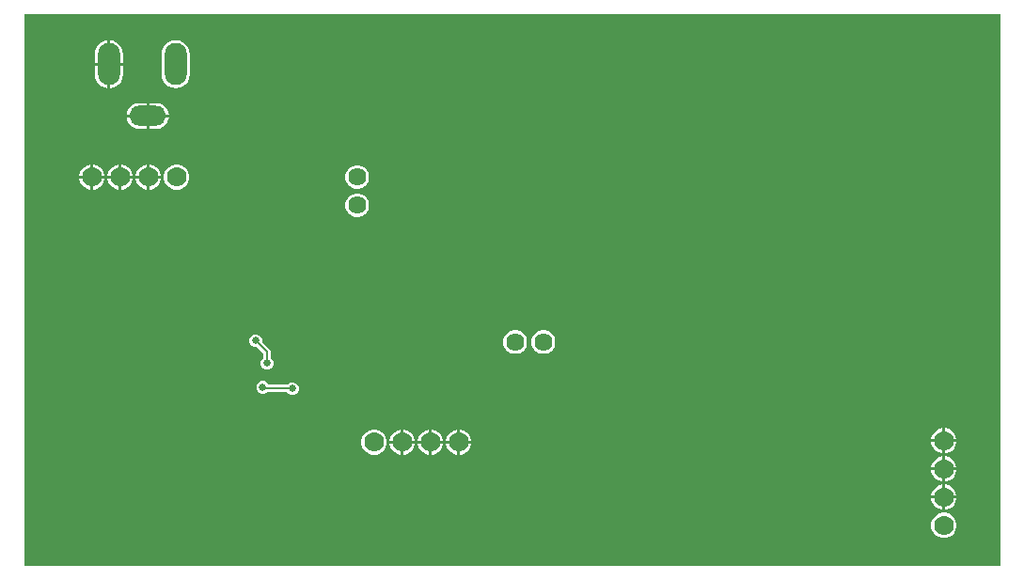
<source format=gbl>
G04*
G04 #@! TF.GenerationSoftware,Altium Limited,Altium Designer,23.8.1 (32)*
G04*
G04 Layer_Physical_Order=2*
G04 Layer_Color=16711680*
%FSLAX44Y44*%
%MOMM*%
G71*
G04*
G04 #@! TF.SameCoordinates,EF1116E4-02E2-45A5-A5C3-51D3E917E2D0*
G04*
G04*
G04 #@! TF.FilePolarity,Positive*
G04*
G01*
G75*
%ADD17C,0.1524*%
%ADD31C,1.6200*%
%ADD32C,1.7780*%
%ADD33O,2.0000X3.8000*%
%ADD34O,3.3000X1.8000*%
%ADD35C,0.6350*%
G36*
X883820Y5179D02*
X5179D01*
Y502821D01*
X883820D01*
Y5179D01*
D02*
G37*
%LPC*%
G36*
X82550Y478681D02*
Y458470D01*
X93928D01*
Y466200D01*
X93497Y469474D01*
X92234Y472524D01*
X90224Y475144D01*
X87604Y477154D01*
X84554Y478417D01*
X82550Y478681D01*
D02*
G37*
G36*
X80010D02*
X78006Y478417D01*
X74956Y477154D01*
X72336Y475144D01*
X70326Y472524D01*
X69063Y469474D01*
X68632Y466200D01*
Y458470D01*
X80010D01*
Y478681D01*
D02*
G37*
G36*
X93928Y455930D02*
X82550D01*
Y435719D01*
X84554Y435983D01*
X87604Y437246D01*
X90224Y439256D01*
X92234Y441876D01*
X93497Y444926D01*
X93928Y448200D01*
Y455930D01*
D02*
G37*
G36*
X80010D02*
X68632D01*
Y448200D01*
X69063Y444926D01*
X70326Y441876D01*
X72336Y439256D01*
X74956Y437246D01*
X78006Y435983D01*
X80010Y435719D01*
Y455930D01*
D02*
G37*
G36*
X141280Y478848D02*
X138006Y478417D01*
X134956Y477154D01*
X132336Y475144D01*
X130326Y472524D01*
X129063Y469474D01*
X128632Y466200D01*
Y448200D01*
X129063Y444926D01*
X130326Y441876D01*
X132336Y439256D01*
X134956Y437246D01*
X138006Y435983D01*
X141280Y435552D01*
X144554Y435983D01*
X147604Y437246D01*
X150224Y439256D01*
X152234Y441876D01*
X153497Y444926D01*
X153928Y448200D01*
Y466200D01*
X153497Y469474D01*
X152234Y472524D01*
X150224Y475144D01*
X147604Y477154D01*
X144554Y478417D01*
X141280Y478848D01*
D02*
G37*
G36*
X123780Y422340D02*
X117550D01*
Y411970D01*
X135252D01*
X135023Y413713D01*
X133860Y416520D01*
X132010Y418930D01*
X129600Y420780D01*
X126793Y421943D01*
X123780Y422340D01*
D02*
G37*
G36*
X115010D02*
X108780D01*
X105767Y421943D01*
X102960Y420780D01*
X100550Y418930D01*
X98700Y416520D01*
X97537Y413713D01*
X97308Y411970D01*
X115010D01*
Y422340D01*
D02*
G37*
G36*
X135252Y409430D02*
X117550D01*
Y399060D01*
X123780D01*
X126793Y399457D01*
X129600Y400620D01*
X132010Y402470D01*
X133860Y404880D01*
X135023Y407687D01*
X135252Y409430D01*
D02*
G37*
G36*
X115010D02*
X97308D01*
X97537Y407687D01*
X98700Y404880D01*
X100550Y402470D01*
X102960Y400620D01*
X105767Y399457D01*
X108780Y399060D01*
X115010D01*
Y409430D01*
D02*
G37*
G36*
X92945Y367030D02*
X92710D01*
Y356870D01*
X102870D01*
Y357105D01*
X102091Y360012D01*
X100586Y362618D01*
X98458Y364746D01*
X95852Y366251D01*
X92945Y367030D01*
D02*
G37*
G36*
X118345D02*
X118110D01*
Y356870D01*
X128270D01*
Y357105D01*
X127491Y360012D01*
X125986Y362618D01*
X123858Y364746D01*
X121252Y366251D01*
X118345Y367030D01*
D02*
G37*
G36*
X67545D02*
X67310D01*
Y356870D01*
X77470D01*
Y357105D01*
X76691Y360012D01*
X75186Y362618D01*
X73058Y364746D01*
X70452Y366251D01*
X67545Y367030D01*
D02*
G37*
G36*
X90170D02*
X89935D01*
X87028Y366251D01*
X84422Y364746D01*
X82294Y362618D01*
X80789Y360012D01*
X80010Y357105D01*
Y356870D01*
X90170D01*
Y367030D01*
D02*
G37*
G36*
X115570D02*
X115335D01*
X112428Y366251D01*
X109822Y364746D01*
X107694Y362618D01*
X106189Y360012D01*
X105410Y357105D01*
Y356870D01*
X115570D01*
Y367030D01*
D02*
G37*
G36*
X64770D02*
X64535D01*
X61628Y366251D01*
X59022Y364746D01*
X56894Y362618D01*
X55389Y360012D01*
X54610Y357105D01*
Y356870D01*
X64770D01*
Y367030D01*
D02*
G37*
G36*
X306201Y366240D02*
X303399D01*
X300693Y365515D01*
X298267Y364114D01*
X296286Y362133D01*
X294885Y359707D01*
X294160Y357001D01*
Y354199D01*
X294885Y351493D01*
X296286Y349067D01*
X298267Y347086D01*
X300693Y345685D01*
X303399Y344960D01*
X306201D01*
X308907Y345685D01*
X311333Y347086D01*
X313314Y349067D01*
X314715Y351493D01*
X315440Y354199D01*
Y357001D01*
X314715Y359707D01*
X313314Y362133D01*
X311333Y364114D01*
X308907Y365515D01*
X306201Y366240D01*
D02*
G37*
G36*
X143745Y367030D02*
X140735D01*
X137828Y366251D01*
X135222Y364746D01*
X133094Y362618D01*
X131589Y360012D01*
X130810Y357105D01*
Y354095D01*
X131589Y351188D01*
X133094Y348582D01*
X135222Y346454D01*
X137828Y344949D01*
X140735Y344170D01*
X143745D01*
X146652Y344949D01*
X149258Y346454D01*
X151386Y348582D01*
X152891Y351188D01*
X153670Y354095D01*
Y357105D01*
X152891Y360012D01*
X151386Y362618D01*
X149258Y364746D01*
X146652Y366251D01*
X143745Y367030D01*
D02*
G37*
G36*
X128270Y354330D02*
X118110D01*
Y344170D01*
X118345D01*
X121252Y344949D01*
X123858Y346454D01*
X125986Y348582D01*
X127491Y351188D01*
X128270Y354095D01*
Y354330D01*
D02*
G37*
G36*
X115570D02*
X105410D01*
Y354095D01*
X106189Y351188D01*
X107694Y348582D01*
X109822Y346454D01*
X112428Y344949D01*
X115335Y344170D01*
X115570D01*
Y354330D01*
D02*
G37*
G36*
X102870D02*
X92710D01*
Y344170D01*
X92945D01*
X95852Y344949D01*
X98458Y346454D01*
X100586Y348582D01*
X102091Y351188D01*
X102870Y354095D01*
Y354330D01*
D02*
G37*
G36*
X90170D02*
X80010D01*
Y354095D01*
X80789Y351188D01*
X82294Y348582D01*
X84422Y346454D01*
X87028Y344949D01*
X89935Y344170D01*
X90170D01*
Y354330D01*
D02*
G37*
G36*
X77470D02*
X67310D01*
Y344170D01*
X67545D01*
X70452Y344949D01*
X73058Y346454D01*
X75186Y348582D01*
X76691Y351188D01*
X77470Y354095D01*
Y354330D01*
D02*
G37*
G36*
X64770D02*
X54610D01*
Y354095D01*
X55389Y351188D01*
X56894Y348582D01*
X59022Y346454D01*
X61628Y344949D01*
X64535Y344170D01*
X64770D01*
Y354330D01*
D02*
G37*
G36*
X306201Y340840D02*
X303399D01*
X300693Y340115D01*
X298267Y338714D01*
X296286Y336733D01*
X294885Y334307D01*
X294160Y331601D01*
Y328799D01*
X294885Y326093D01*
X296286Y323667D01*
X298267Y321686D01*
X300693Y320285D01*
X303399Y319560D01*
X306201D01*
X308907Y320285D01*
X311333Y321686D01*
X313314Y323667D01*
X314715Y326093D01*
X315440Y328799D01*
Y331601D01*
X314715Y334307D01*
X313314Y336733D01*
X311333Y338714D01*
X308907Y340115D01*
X306201Y340840D01*
D02*
G37*
G36*
X473841Y217650D02*
X471039D01*
X468333Y216925D01*
X465907Y215524D01*
X463926Y213543D01*
X462525Y211117D01*
X461800Y208411D01*
Y205609D01*
X462525Y202903D01*
X463926Y200477D01*
X465907Y198496D01*
X468333Y197095D01*
X471039Y196370D01*
X473841D01*
X476547Y197095D01*
X478973Y198496D01*
X480954Y200477D01*
X482355Y202903D01*
X483080Y205609D01*
Y208411D01*
X482355Y211117D01*
X480954Y213543D01*
X478973Y215524D01*
X476547Y216925D01*
X473841Y217650D01*
D02*
G37*
G36*
X448441D02*
X445639D01*
X442933Y216925D01*
X440507Y215524D01*
X438526Y213543D01*
X437125Y211117D01*
X436400Y208411D01*
Y205609D01*
X437125Y202903D01*
X438526Y200477D01*
X440507Y198496D01*
X442933Y197095D01*
X445639Y196370D01*
X448441D01*
X451147Y197095D01*
X453573Y198496D01*
X455554Y200477D01*
X456955Y202903D01*
X457680Y205609D01*
Y208411D01*
X456955Y211117D01*
X455554Y213543D01*
X453573Y215524D01*
X451147Y216925D01*
X448441Y217650D01*
D02*
G37*
G36*
X214497Y213995D02*
X212223D01*
X210123Y213125D01*
X208515Y211517D01*
X207645Y209417D01*
Y207143D01*
X208515Y205043D01*
X210123Y203435D01*
X212223Y202565D01*
X214314D01*
X220153Y196726D01*
Y192675D01*
X218675Y191197D01*
X217805Y189097D01*
Y186823D01*
X218675Y184723D01*
X220283Y183115D01*
X222383Y182245D01*
X224657D01*
X226757Y183115D01*
X228365Y184723D01*
X229235Y186823D01*
Y189097D01*
X228365Y191197D01*
X226887Y192675D01*
Y198120D01*
X226630Y199408D01*
X225901Y200501D01*
X219075Y207326D01*
Y209417D01*
X218205Y211517D01*
X216597Y213125D01*
X214497Y213995D01*
D02*
G37*
G36*
X220847Y172085D02*
X218573D01*
X216473Y171215D01*
X214865Y169607D01*
X213995Y167507D01*
Y165233D01*
X214865Y163133D01*
X216473Y161525D01*
X218573Y160655D01*
X220847D01*
X222947Y161525D01*
X223790Y162368D01*
X241326D01*
X241535Y161863D01*
X243143Y160255D01*
X245243Y159385D01*
X247517D01*
X249617Y160255D01*
X251225Y161863D01*
X252095Y163963D01*
Y166237D01*
X251225Y168337D01*
X249617Y169945D01*
X247517Y170815D01*
X245243D01*
X243143Y169945D01*
X242299Y169102D01*
X224764D01*
X224555Y169607D01*
X222947Y171215D01*
X220847Y172085D01*
D02*
G37*
G36*
X834625Y129540D02*
X834390D01*
Y119380D01*
X844550D01*
Y119615D01*
X843771Y122522D01*
X842266Y125128D01*
X840138Y127256D01*
X837532Y128761D01*
X834625Y129540D01*
D02*
G37*
G36*
X831850D02*
X831615D01*
X828708Y128761D01*
X826102Y127256D01*
X823974Y125128D01*
X822469Y122522D01*
X821690Y119615D01*
Y119380D01*
X831850D01*
Y129540D01*
D02*
G37*
G36*
X397745Y128270D02*
X397510D01*
Y118110D01*
X407670D01*
Y118345D01*
X406891Y121252D01*
X405386Y123858D01*
X403258Y125986D01*
X400652Y127491D01*
X397745Y128270D01*
D02*
G37*
G36*
X394970D02*
X394735D01*
X391828Y127491D01*
X389222Y125986D01*
X387094Y123858D01*
X385589Y121252D01*
X384810Y118345D01*
Y118110D01*
X394970D01*
Y128270D01*
D02*
G37*
G36*
X372345D02*
X372110D01*
Y118110D01*
X382270D01*
Y118345D01*
X381491Y121252D01*
X379986Y123858D01*
X377858Y125986D01*
X375252Y127491D01*
X372345Y128270D01*
D02*
G37*
G36*
X369570D02*
X369335D01*
X366428Y127491D01*
X363822Y125986D01*
X361694Y123858D01*
X360189Y121252D01*
X359410Y118345D01*
Y118110D01*
X369570D01*
Y128270D01*
D02*
G37*
G36*
X346945D02*
X346710D01*
Y118110D01*
X356870D01*
Y118345D01*
X356091Y121252D01*
X354586Y123858D01*
X352458Y125986D01*
X349852Y127491D01*
X346945Y128270D01*
D02*
G37*
G36*
X344170D02*
X343935D01*
X341028Y127491D01*
X338422Y125986D01*
X336294Y123858D01*
X334789Y121252D01*
X334010Y118345D01*
Y118110D01*
X344170D01*
Y128270D01*
D02*
G37*
G36*
X844550Y116840D02*
X834390D01*
Y106680D01*
X834625D01*
X837532Y107459D01*
X840138Y108964D01*
X842266Y111092D01*
X843771Y113698D01*
X844550Y116605D01*
Y116840D01*
D02*
G37*
G36*
X831850D02*
X821690D01*
Y116605D01*
X822469Y113698D01*
X823974Y111092D01*
X826102Y108964D01*
X828708Y107459D01*
X831615Y106680D01*
X831850D01*
Y116840D01*
D02*
G37*
G36*
X407670Y115570D02*
X397510D01*
Y105410D01*
X397745D01*
X400652Y106189D01*
X403258Y107694D01*
X405386Y109822D01*
X406891Y112428D01*
X407670Y115335D01*
Y115570D01*
D02*
G37*
G36*
X394970D02*
X384810D01*
Y115335D01*
X385589Y112428D01*
X387094Y109822D01*
X389222Y107694D01*
X391828Y106189D01*
X394735Y105410D01*
X394970D01*
Y115570D01*
D02*
G37*
G36*
X382270D02*
X372110D01*
Y105410D01*
X372345D01*
X375252Y106189D01*
X377858Y107694D01*
X379986Y109822D01*
X381491Y112428D01*
X382270Y115335D01*
Y115570D01*
D02*
G37*
G36*
X369570D02*
X359410D01*
Y115335D01*
X360189Y112428D01*
X361694Y109822D01*
X363822Y107694D01*
X366428Y106189D01*
X369335Y105410D01*
X369570D01*
Y115570D01*
D02*
G37*
G36*
X356870D02*
X346710D01*
Y105410D01*
X346945D01*
X349852Y106189D01*
X352458Y107694D01*
X354586Y109822D01*
X356091Y112428D01*
X356870Y115335D01*
Y115570D01*
D02*
G37*
G36*
X344170D02*
X334010D01*
Y115335D01*
X334789Y112428D01*
X336294Y109822D01*
X338422Y107694D01*
X341028Y106189D01*
X343935Y105410D01*
X344170D01*
Y115570D01*
D02*
G37*
G36*
X321545Y128270D02*
X318535D01*
X315628Y127491D01*
X313022Y125986D01*
X310894Y123858D01*
X309389Y121252D01*
X308610Y118345D01*
Y115335D01*
X309389Y112428D01*
X310894Y109822D01*
X313022Y107694D01*
X315628Y106189D01*
X318535Y105410D01*
X321545D01*
X324452Y106189D01*
X327058Y107694D01*
X329186Y109822D01*
X330691Y112428D01*
X331470Y115335D01*
Y118345D01*
X330691Y121252D01*
X329186Y123858D01*
X327058Y125986D01*
X324452Y127491D01*
X321545Y128270D01*
D02*
G37*
G36*
X834625Y104140D02*
X834390D01*
Y93980D01*
X844550D01*
Y94215D01*
X843771Y97122D01*
X842266Y99728D01*
X840138Y101856D01*
X837532Y103361D01*
X834625Y104140D01*
D02*
G37*
G36*
X831850D02*
X831615D01*
X828708Y103361D01*
X826102Y101856D01*
X823974Y99728D01*
X822469Y97122D01*
X821690Y94215D01*
Y93980D01*
X831850D01*
Y104140D01*
D02*
G37*
G36*
X844550Y91440D02*
X834390D01*
Y81280D01*
X834625D01*
X837532Y82059D01*
X840138Y83564D01*
X842266Y85692D01*
X843771Y88298D01*
X844550Y91205D01*
Y91440D01*
D02*
G37*
G36*
X831850D02*
X821690D01*
Y91205D01*
X822469Y88298D01*
X823974Y85692D01*
X826102Y83564D01*
X828708Y82059D01*
X831615Y81280D01*
X831850D01*
Y91440D01*
D02*
G37*
G36*
X834625Y78740D02*
X834390D01*
Y68580D01*
X844550D01*
Y68815D01*
X843771Y71722D01*
X842266Y74328D01*
X840138Y76456D01*
X837532Y77961D01*
X834625Y78740D01*
D02*
G37*
G36*
X831850D02*
X831615D01*
X828708Y77961D01*
X826102Y76456D01*
X823974Y74328D01*
X822469Y71722D01*
X821690Y68815D01*
Y68580D01*
X831850D01*
Y78740D01*
D02*
G37*
G36*
X844550Y66040D02*
X834390D01*
Y55880D01*
X834625D01*
X837532Y56659D01*
X840138Y58164D01*
X842266Y60292D01*
X843771Y62898D01*
X844550Y65805D01*
Y66040D01*
D02*
G37*
G36*
X831850D02*
X821690D01*
Y65805D01*
X822469Y62898D01*
X823974Y60292D01*
X826102Y58164D01*
X828708Y56659D01*
X831615Y55880D01*
X831850D01*
Y66040D01*
D02*
G37*
G36*
X834625Y53340D02*
X831615D01*
X828708Y52561D01*
X826102Y51056D01*
X823974Y48928D01*
X822469Y46322D01*
X821690Y43415D01*
Y40405D01*
X822469Y37498D01*
X823974Y34892D01*
X826102Y32764D01*
X828708Y31259D01*
X831615Y30480D01*
X834625D01*
X837532Y31259D01*
X840138Y32764D01*
X842266Y34892D01*
X843771Y37498D01*
X844550Y40405D01*
Y43415D01*
X843771Y46322D01*
X842266Y48928D01*
X840138Y51056D01*
X837532Y52561D01*
X834625Y53340D01*
D02*
G37*
%LPD*%
D17*
X220345Y165735D02*
X245745D01*
X219710Y166370D02*
X220345Y165735D01*
X245745D02*
X246380Y165100D01*
X213360Y208280D02*
X223520Y198120D01*
Y187960D02*
Y198120D01*
D31*
X304800Y330200D02*
D03*
Y355600D02*
D03*
X447040Y207010D02*
D03*
X472440D02*
D03*
D32*
X370840Y116840D02*
D03*
X396240D02*
D03*
X320040D02*
D03*
X345440D02*
D03*
X116840Y355600D02*
D03*
X142240D02*
D03*
X66040D02*
D03*
X91440D02*
D03*
X833120Y67310D02*
D03*
Y41910D02*
D03*
Y118110D02*
D03*
Y92710D02*
D03*
D33*
X141280Y457200D02*
D03*
X81280D02*
D03*
D34*
X116280Y410700D02*
D03*
D35*
X219710Y166370D02*
D03*
X223520Y187960D02*
D03*
X213360Y208280D02*
D03*
X246380Y165100D02*
D03*
X704850Y66040D02*
D03*
X777240D02*
D03*
X486410Y457200D02*
D03*
X393700Y193040D02*
D03*
X248920Y406400D02*
D03*
X218440Y233680D02*
D03*
X137160Y76200D02*
D03*
X631190Y66040D02*
D03*
X558800D02*
D03*
X396240Y233680D02*
D03*
M02*

</source>
